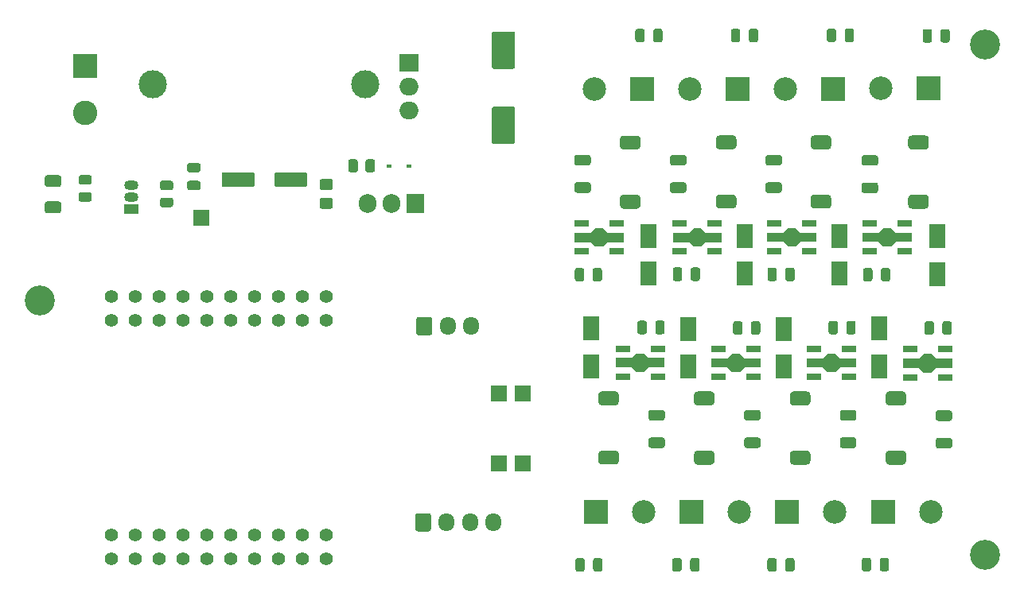
<source format=gts>
G04 #@! TF.GenerationSoftware,KiCad,Pcbnew,5.1.12-84ad8e8a86~92~ubuntu20.04.1*
G04 #@! TF.CreationDate,2021-11-07T22:28:23+01:00*
G04 #@! TF.ProjectId,CC dimmer low voltage,43432064-696d-46d6-9572-206c6f772076,0.80*
G04 #@! TF.SameCoordinates,Original*
G04 #@! TF.FileFunction,Soldermask,Top*
G04 #@! TF.FilePolarity,Negative*
%FSLAX46Y46*%
G04 Gerber Fmt 4.6, Leading zero omitted, Abs format (unit mm)*
G04 Created by KiCad (PCBNEW 5.1.12-84ad8e8a86~92~ubuntu20.04.1) date 2021-11-07 22:28:23*
%MOMM*%
%LPD*%
G01*
G04 APERTURE LIST*
%ADD10C,1.400000*%
%ADD11O,2.000000X1.905000*%
%ADD12R,2.000000X1.905000*%
%ADD13C,3.000000*%
%ADD14R,1.700000X1.700000*%
%ADD15C,3.200000*%
%ADD16R,1.800000X2.500000*%
%ADD17R,0.600000X0.450000*%
%ADD18O,1.700000X1.950000*%
%ADD19O,1.500000X1.050000*%
%ADD20R,1.500000X1.050000*%
%ADD21R,1.905000X2.000000*%
%ADD22O,1.905000X2.000000*%
%ADD23R,2.600000X2.600000*%
%ADD24C,2.600000*%
%ADD25C,2.500000*%
%ADD26R,2.500000X2.500000*%
%ADD27C,0.150000*%
%ADD28R,1.500000X0.700000*%
G04 APERTURE END LIST*
D10*
X135442000Y-82845000D03*
X135442000Y-85385000D03*
X132902000Y-82845000D03*
X132902000Y-85385000D03*
X130362000Y-82845000D03*
X130362000Y-85385000D03*
X127822000Y-82845000D03*
X127822000Y-85385000D03*
X125282000Y-82845000D03*
X125282000Y-85385000D03*
X122742000Y-82845000D03*
X122742000Y-85385000D03*
X120202000Y-82845000D03*
X120202000Y-85385000D03*
X117662000Y-82845000D03*
X117662000Y-85385000D03*
X115122000Y-82845000D03*
X115122000Y-85385000D03*
X112582000Y-82845000D03*
X112582000Y-85385000D03*
X135442000Y-108245000D03*
X135442000Y-110785000D03*
X132902000Y-108245000D03*
X132902000Y-110785000D03*
X130362000Y-108245000D03*
X130362000Y-110785000D03*
X127822000Y-108245000D03*
X127822000Y-110785000D03*
X125282000Y-108245000D03*
X125282000Y-110785000D03*
X122742000Y-108245000D03*
X122742000Y-110785000D03*
X120202000Y-108245000D03*
X120202000Y-110785000D03*
X117662000Y-108245000D03*
X117662000Y-110785000D03*
X115122000Y-108245000D03*
X115122000Y-110785000D03*
X112582000Y-110785000D03*
X112582000Y-108245000D03*
D11*
X144224200Y-63017000D03*
X144224200Y-60477000D03*
D12*
X144224200Y-57937000D03*
G36*
G01*
X162882000Y-80010000D02*
X162882000Y-80960000D01*
G75*
G02*
X162632000Y-81210000I-250000J0D01*
G01*
X162132000Y-81210000D01*
G75*
G02*
X161882000Y-80960000I0J250000D01*
G01*
X161882000Y-80010000D01*
G75*
G02*
X162132000Y-79760000I250000J0D01*
G01*
X162632000Y-79760000D01*
G75*
G02*
X162882000Y-80010000I0J-250000D01*
G01*
G37*
G36*
G01*
X164782000Y-80010000D02*
X164782000Y-80960000D01*
G75*
G02*
X164532000Y-81210000I-250000J0D01*
G01*
X164032000Y-81210000D01*
G75*
G02*
X163782000Y-80960000I0J250000D01*
G01*
X163782000Y-80010000D01*
G75*
G02*
X164032000Y-79760000I250000J0D01*
G01*
X164532000Y-79760000D01*
G75*
G02*
X164782000Y-80010000I0J-250000D01*
G01*
G37*
D13*
X139601400Y-60172200D03*
X117001400Y-60172200D03*
D14*
X156362000Y-100575000D03*
X156372000Y-93155000D03*
D15*
X205532000Y-55995000D03*
G36*
G01*
X168322000Y-55490000D02*
X168322000Y-54540000D01*
G75*
G02*
X168572000Y-54290000I250000J0D01*
G01*
X169072000Y-54290000D01*
G75*
G02*
X169322000Y-54540000I0J-250000D01*
G01*
X169322000Y-55490000D01*
G75*
G02*
X169072000Y-55740000I-250000J0D01*
G01*
X168572000Y-55740000D01*
G75*
G02*
X168322000Y-55490000I0J250000D01*
G01*
G37*
G36*
G01*
X170222000Y-55490000D02*
X170222000Y-54540000D01*
G75*
G02*
X170472000Y-54290000I250000J0D01*
G01*
X170972000Y-54290000D01*
G75*
G02*
X171222000Y-54540000I0J-250000D01*
G01*
X171222000Y-55490000D01*
G75*
G02*
X170972000Y-55740000I-250000J0D01*
G01*
X170472000Y-55740000D01*
G75*
G02*
X170222000Y-55490000I0J250000D01*
G01*
G37*
G36*
G01*
X175212000Y-79960000D02*
X175212000Y-80910000D01*
G75*
G02*
X174962000Y-81160000I-250000J0D01*
G01*
X174462000Y-81160000D01*
G75*
G02*
X174212000Y-80910000I0J250000D01*
G01*
X174212000Y-79960000D01*
G75*
G02*
X174462000Y-79710000I250000J0D01*
G01*
X174962000Y-79710000D01*
G75*
G02*
X175212000Y-79960000I0J-250000D01*
G01*
G37*
G36*
G01*
X173312000Y-79960000D02*
X173312000Y-80910000D01*
G75*
G02*
X173062000Y-81160000I-250000J0D01*
G01*
X172562000Y-81160000D01*
G75*
G02*
X172312000Y-80910000I0J250000D01*
G01*
X172312000Y-79960000D01*
G75*
G02*
X172562000Y-79710000I250000J0D01*
G01*
X173062000Y-79710000D01*
G75*
G02*
X173312000Y-79960000I0J-250000D01*
G01*
G37*
G36*
G01*
X178492000Y-55490000D02*
X178492000Y-54540000D01*
G75*
G02*
X178742000Y-54290000I250000J0D01*
G01*
X179242000Y-54290000D01*
G75*
G02*
X179492000Y-54540000I0J-250000D01*
G01*
X179492000Y-55490000D01*
G75*
G02*
X179242000Y-55740000I-250000J0D01*
G01*
X178742000Y-55740000D01*
G75*
G02*
X178492000Y-55490000I0J250000D01*
G01*
G37*
G36*
G01*
X180392000Y-55490000D02*
X180392000Y-54540000D01*
G75*
G02*
X180642000Y-54290000I250000J0D01*
G01*
X181142000Y-54290000D01*
G75*
G02*
X181392000Y-54540000I0J-250000D01*
G01*
X181392000Y-55490000D01*
G75*
G02*
X181142000Y-55740000I-250000J0D01*
G01*
X180642000Y-55740000D01*
G75*
G02*
X180392000Y-55490000I0J250000D01*
G01*
G37*
G36*
G01*
X185282000Y-79980000D02*
X185282000Y-80930000D01*
G75*
G02*
X185032000Y-81180000I-250000J0D01*
G01*
X184532000Y-81180000D01*
G75*
G02*
X184282000Y-80930000I0J250000D01*
G01*
X184282000Y-79980000D01*
G75*
G02*
X184532000Y-79730000I250000J0D01*
G01*
X185032000Y-79730000D01*
G75*
G02*
X185282000Y-79980000I0J-250000D01*
G01*
G37*
G36*
G01*
X183382000Y-79980000D02*
X183382000Y-80930000D01*
G75*
G02*
X183132000Y-81180000I-250000J0D01*
G01*
X182632000Y-81180000D01*
G75*
G02*
X182382000Y-80930000I0J250000D01*
G01*
X182382000Y-79980000D01*
G75*
G02*
X182632000Y-79730000I250000J0D01*
G01*
X183132000Y-79730000D01*
G75*
G02*
X183382000Y-79980000I0J-250000D01*
G01*
G37*
G36*
G01*
X190592000Y-55470000D02*
X190592000Y-54520000D01*
G75*
G02*
X190842000Y-54270000I250000J0D01*
G01*
X191342000Y-54270000D01*
G75*
G02*
X191592000Y-54520000I0J-250000D01*
G01*
X191592000Y-55470000D01*
G75*
G02*
X191342000Y-55720000I-250000J0D01*
G01*
X190842000Y-55720000D01*
G75*
G02*
X190592000Y-55470000I0J250000D01*
G01*
G37*
G36*
G01*
X188692000Y-55470000D02*
X188692000Y-54520000D01*
G75*
G02*
X188942000Y-54270000I250000J0D01*
G01*
X189442000Y-54270000D01*
G75*
G02*
X189692000Y-54520000I0J-250000D01*
G01*
X189692000Y-55470000D01*
G75*
G02*
X189442000Y-55720000I-250000J0D01*
G01*
X188942000Y-55720000D01*
G75*
G02*
X188692000Y-55470000I0J250000D01*
G01*
G37*
G36*
G01*
X193562000Y-80010000D02*
X193562000Y-80960000D01*
G75*
G02*
X193312000Y-81210000I-250000J0D01*
G01*
X192812000Y-81210000D01*
G75*
G02*
X192562000Y-80960000I0J250000D01*
G01*
X192562000Y-80010000D01*
G75*
G02*
X192812000Y-79760000I250000J0D01*
G01*
X193312000Y-79760000D01*
G75*
G02*
X193562000Y-80010000I0J-250000D01*
G01*
G37*
G36*
G01*
X195462000Y-80010000D02*
X195462000Y-80960000D01*
G75*
G02*
X195212000Y-81210000I-250000J0D01*
G01*
X194712000Y-81210000D01*
G75*
G02*
X194462000Y-80960000I0J250000D01*
G01*
X194462000Y-80010000D01*
G75*
G02*
X194712000Y-79760000I250000J0D01*
G01*
X195212000Y-79760000D01*
G75*
G02*
X195462000Y-80010000I0J-250000D01*
G01*
G37*
G36*
G01*
X198892000Y-55520000D02*
X198892000Y-54570000D01*
G75*
G02*
X199142000Y-54320000I250000J0D01*
G01*
X199642000Y-54320000D01*
G75*
G02*
X199892000Y-54570000I0J-250000D01*
G01*
X199892000Y-55520000D01*
G75*
G02*
X199642000Y-55770000I-250000J0D01*
G01*
X199142000Y-55770000D01*
G75*
G02*
X198892000Y-55520000I0J250000D01*
G01*
G37*
G36*
G01*
X200792000Y-55520000D02*
X200792000Y-54570000D01*
G75*
G02*
X201042000Y-54320000I250000J0D01*
G01*
X201542000Y-54320000D01*
G75*
G02*
X201792000Y-54570000I0J-250000D01*
G01*
X201792000Y-55520000D01*
G75*
G02*
X201542000Y-55770000I-250000J0D01*
G01*
X201042000Y-55770000D01*
G75*
G02*
X200792000Y-55520000I0J250000D01*
G01*
G37*
G36*
G01*
X155282000Y-66575000D02*
X153282000Y-66575000D01*
G75*
G02*
X153032000Y-66325000I0J250000D01*
G01*
X153032000Y-62825000D01*
G75*
G02*
X153282000Y-62575000I250000J0D01*
G01*
X155282000Y-62575000D01*
G75*
G02*
X155532000Y-62825000I0J-250000D01*
G01*
X155532000Y-66325000D01*
G75*
G02*
X155282000Y-66575000I-250000J0D01*
G01*
G37*
G36*
G01*
X155282000Y-58575000D02*
X153282000Y-58575000D01*
G75*
G02*
X153032000Y-58325000I0J250000D01*
G01*
X153032000Y-54825000D01*
G75*
G02*
X153282000Y-54575000I250000J0D01*
G01*
X155282000Y-54575000D01*
G75*
G02*
X155532000Y-54825000I0J-250000D01*
G01*
X155532000Y-58325000D01*
G75*
G02*
X155282000Y-58575000I-250000J0D01*
G01*
G37*
G36*
G01*
X133407200Y-69811800D02*
X133407200Y-70911800D01*
G75*
G02*
X133157200Y-71161800I-250000J0D01*
G01*
X130157200Y-71161800D01*
G75*
G02*
X129907200Y-70911800I0J250000D01*
G01*
X129907200Y-69811800D01*
G75*
G02*
X130157200Y-69561800I250000J0D01*
G01*
X133157200Y-69561800D01*
G75*
G02*
X133407200Y-69811800I0J-250000D01*
G01*
G37*
G36*
G01*
X127807200Y-69811800D02*
X127807200Y-70911800D01*
G75*
G02*
X127557200Y-71161800I-250000J0D01*
G01*
X124557200Y-71161800D01*
G75*
G02*
X124307200Y-70911800I0J250000D01*
G01*
X124307200Y-69811800D01*
G75*
G02*
X124557200Y-69561800I250000J0D01*
G01*
X127557200Y-69561800D01*
G75*
G02*
X127807200Y-69811800I0J-250000D01*
G01*
G37*
G36*
G01*
X121813800Y-71481600D02*
X120863800Y-71481600D01*
G75*
G02*
X120613800Y-71231600I0J250000D01*
G01*
X120613800Y-70731600D01*
G75*
G02*
X120863800Y-70481600I250000J0D01*
G01*
X121813800Y-70481600D01*
G75*
G02*
X122063800Y-70731600I0J-250000D01*
G01*
X122063800Y-71231600D01*
G75*
G02*
X121813800Y-71481600I-250000J0D01*
G01*
G37*
G36*
G01*
X121813800Y-69581600D02*
X120863800Y-69581600D01*
G75*
G02*
X120613800Y-69331600I0J250000D01*
G01*
X120613800Y-68831600D01*
G75*
G02*
X120863800Y-68581600I250000J0D01*
G01*
X121813800Y-68581600D01*
G75*
G02*
X122063800Y-68831600I0J-250000D01*
G01*
X122063800Y-69331600D01*
G75*
G02*
X121813800Y-69581600I-250000J0D01*
G01*
G37*
D16*
X169682000Y-80365000D03*
X169682000Y-76365000D03*
X179952000Y-80385000D03*
X179952000Y-76385000D03*
X190022000Y-80375000D03*
X190022000Y-76375000D03*
X200492000Y-76405000D03*
X200492000Y-80405000D03*
D17*
X144207400Y-68888600D03*
X142107400Y-68888600D03*
G36*
G01*
X106977800Y-73936200D02*
X105727800Y-73936200D01*
G75*
G02*
X105477800Y-73686200I0J250000D01*
G01*
X105477800Y-72936200D01*
G75*
G02*
X105727800Y-72686200I250000J0D01*
G01*
X106977800Y-72686200D01*
G75*
G02*
X107227800Y-72936200I0J-250000D01*
G01*
X107227800Y-73686200D01*
G75*
G02*
X106977800Y-73936200I-250000J0D01*
G01*
G37*
G36*
G01*
X106977800Y-71136200D02*
X105727800Y-71136200D01*
G75*
G02*
X105477800Y-70886200I0J250000D01*
G01*
X105477800Y-70136200D01*
G75*
G02*
X105727800Y-69886200I250000J0D01*
G01*
X106977800Y-69886200D01*
G75*
G02*
X107227800Y-70136200I0J-250000D01*
G01*
X107227800Y-70886200D01*
G75*
G02*
X106977800Y-71136200I-250000J0D01*
G01*
G37*
G36*
G01*
X134985799Y-70276400D02*
X135885801Y-70276400D01*
G75*
G02*
X136135800Y-70526399I0J-249999D01*
G01*
X136135800Y-71226401D01*
G75*
G02*
X135885801Y-71476400I-249999J0D01*
G01*
X134985799Y-71476400D01*
G75*
G02*
X134735800Y-71226401I0J249999D01*
G01*
X134735800Y-70526399D01*
G75*
G02*
X134985799Y-70276400I249999J0D01*
G01*
G37*
G36*
G01*
X134985799Y-72276400D02*
X135885801Y-72276400D01*
G75*
G02*
X136135800Y-72526399I0J-249999D01*
G01*
X136135800Y-73226401D01*
G75*
G02*
X135885801Y-73476400I-249999J0D01*
G01*
X134985799Y-73476400D01*
G75*
G02*
X134735800Y-73226401I0J249999D01*
G01*
X134735800Y-72526399D01*
G75*
G02*
X134985799Y-72276400I249999J0D01*
G01*
G37*
D15*
X104912000Y-83195000D03*
X205532000Y-110315000D03*
G36*
G01*
X145012000Y-86690000D02*
X145012000Y-85240000D01*
G75*
G02*
X145262000Y-84990000I250000J0D01*
G01*
X146462000Y-84990000D01*
G75*
G02*
X146712000Y-85240000I0J-250000D01*
G01*
X146712000Y-86690000D01*
G75*
G02*
X146462000Y-86940000I-250000J0D01*
G01*
X145262000Y-86940000D01*
G75*
G02*
X145012000Y-86690000I0J250000D01*
G01*
G37*
D18*
X148362000Y-85965000D03*
X150862000Y-85965000D03*
G36*
G01*
X144892000Y-107580000D02*
X144892000Y-106130000D01*
G75*
G02*
X145142000Y-105880000I250000J0D01*
G01*
X146342000Y-105880000D01*
G75*
G02*
X146592000Y-106130000I0J-250000D01*
G01*
X146592000Y-107580000D01*
G75*
G02*
X146342000Y-107830000I-250000J0D01*
G01*
X145142000Y-107830000D01*
G75*
G02*
X144892000Y-107580000I0J250000D01*
G01*
G37*
X148242000Y-106855000D03*
X150742000Y-106855000D03*
X153242000Y-106855000D03*
D14*
X153832000Y-93155000D03*
X153822000Y-100575000D03*
X122152000Y-74395000D03*
G36*
G01*
X162086997Y-67720000D02*
X163337003Y-67720000D01*
G75*
G02*
X163587000Y-67969997I0J-249997D01*
G01*
X163587000Y-68595003D01*
G75*
G02*
X163337003Y-68845000I-249997J0D01*
G01*
X162086997Y-68845000D01*
G75*
G02*
X161837000Y-68595003I0J249997D01*
G01*
X161837000Y-67969997D01*
G75*
G02*
X162086997Y-67720000I249997J0D01*
G01*
G37*
G36*
G01*
X162086997Y-70645000D02*
X163337003Y-70645000D01*
G75*
G02*
X163587000Y-70894997I0J-249997D01*
G01*
X163587000Y-71520003D01*
G75*
G02*
X163337003Y-71770000I-249997J0D01*
G01*
X162086997Y-71770000D01*
G75*
G02*
X161837000Y-71520003I0J249997D01*
G01*
X161837000Y-70894997D01*
G75*
G02*
X162086997Y-70645000I249997J0D01*
G01*
G37*
G36*
G01*
X172256997Y-70655000D02*
X173507003Y-70655000D01*
G75*
G02*
X173757000Y-70904997I0J-249997D01*
G01*
X173757000Y-71530003D01*
G75*
G02*
X173507003Y-71780000I-249997J0D01*
G01*
X172256997Y-71780000D01*
G75*
G02*
X172007000Y-71530003I0J249997D01*
G01*
X172007000Y-70904997D01*
G75*
G02*
X172256997Y-70655000I249997J0D01*
G01*
G37*
G36*
G01*
X172256997Y-67730000D02*
X173507003Y-67730000D01*
G75*
G02*
X173757000Y-67979997I0J-249997D01*
G01*
X173757000Y-68605003D01*
G75*
G02*
X173507003Y-68855000I-249997J0D01*
G01*
X172256997Y-68855000D01*
G75*
G02*
X172007000Y-68605003I0J249997D01*
G01*
X172007000Y-67979997D01*
G75*
G02*
X172256997Y-67730000I249997J0D01*
G01*
G37*
G36*
G01*
X182416997Y-70655000D02*
X183667003Y-70655000D01*
G75*
G02*
X183917000Y-70904997I0J-249997D01*
G01*
X183917000Y-71530003D01*
G75*
G02*
X183667003Y-71780000I-249997J0D01*
G01*
X182416997Y-71780000D01*
G75*
G02*
X182167000Y-71530003I0J249997D01*
G01*
X182167000Y-70904997D01*
G75*
G02*
X182416997Y-70655000I249997J0D01*
G01*
G37*
G36*
G01*
X182416997Y-67730000D02*
X183667003Y-67730000D01*
G75*
G02*
X183917000Y-67979997I0J-249997D01*
G01*
X183917000Y-68605003D01*
G75*
G02*
X183667003Y-68855000I-249997J0D01*
G01*
X182416997Y-68855000D01*
G75*
G02*
X182167000Y-68605003I0J249997D01*
G01*
X182167000Y-67979997D01*
G75*
G02*
X182416997Y-67730000I249997J0D01*
G01*
G37*
G36*
G01*
X192646997Y-67750000D02*
X193897003Y-67750000D01*
G75*
G02*
X194147000Y-67999997I0J-249997D01*
G01*
X194147000Y-68625003D01*
G75*
G02*
X193897003Y-68875000I-249997J0D01*
G01*
X192646997Y-68875000D01*
G75*
G02*
X192397000Y-68625003I0J249997D01*
G01*
X192397000Y-67999997D01*
G75*
G02*
X192646997Y-67750000I249997J0D01*
G01*
G37*
G36*
G01*
X192646997Y-70675000D02*
X193897003Y-70675000D01*
G75*
G02*
X194147000Y-70924997I0J-249997D01*
G01*
X194147000Y-71550003D01*
G75*
G02*
X193897003Y-71800000I-249997J0D01*
G01*
X192646997Y-71800000D01*
G75*
G02*
X192397000Y-71550003I0J249997D01*
G01*
X192397000Y-70924997D01*
G75*
G02*
X192646997Y-70675000I249997J0D01*
G01*
G37*
G36*
G01*
X117993198Y-70460800D02*
X118893202Y-70460800D01*
G75*
G02*
X119143200Y-70710798I0J-249998D01*
G01*
X119143200Y-71235802D01*
G75*
G02*
X118893202Y-71485800I-249998J0D01*
G01*
X117993198Y-71485800D01*
G75*
G02*
X117743200Y-71235802I0J249998D01*
G01*
X117743200Y-70710798D01*
G75*
G02*
X117993198Y-70460800I249998J0D01*
G01*
G37*
G36*
G01*
X117993198Y-72285800D02*
X118893202Y-72285800D01*
G75*
G02*
X119143200Y-72535798I0J-249998D01*
G01*
X119143200Y-73060802D01*
G75*
G02*
X118893202Y-73310800I-249998J0D01*
G01*
X117993198Y-73310800D01*
G75*
G02*
X117743200Y-73060802I0J249998D01*
G01*
X117743200Y-72535798D01*
G75*
G02*
X117993198Y-72285800I249998J0D01*
G01*
G37*
G36*
G01*
X138795000Y-68438598D02*
X138795000Y-69338602D01*
G75*
G02*
X138545002Y-69588600I-249998J0D01*
G01*
X138019998Y-69588600D01*
G75*
G02*
X137770000Y-69338602I0J249998D01*
G01*
X137770000Y-68438598D01*
G75*
G02*
X138019998Y-68188600I249998J0D01*
G01*
X138545002Y-68188600D01*
G75*
G02*
X138795000Y-68438598I0J-249998D01*
G01*
G37*
G36*
G01*
X140620000Y-68438598D02*
X140620000Y-69338602D01*
G75*
G02*
X140370002Y-69588600I-249998J0D01*
G01*
X139844998Y-69588600D01*
G75*
G02*
X139595000Y-69338602I0J249998D01*
G01*
X139595000Y-68438598D01*
G75*
G02*
X139844998Y-68188600I249998J0D01*
G01*
X140370002Y-68188600D01*
G75*
G02*
X140620000Y-68438598I0J-249998D01*
G01*
G37*
G36*
G01*
X110231802Y-72726600D02*
X109331798Y-72726600D01*
G75*
G02*
X109081800Y-72476602I0J249998D01*
G01*
X109081800Y-71951598D01*
G75*
G02*
X109331798Y-71701600I249998J0D01*
G01*
X110231802Y-71701600D01*
G75*
G02*
X110481800Y-71951598I0J-249998D01*
G01*
X110481800Y-72476602D01*
G75*
G02*
X110231802Y-72726600I-249998J0D01*
G01*
G37*
G36*
G01*
X110231802Y-70901600D02*
X109331798Y-70901600D01*
G75*
G02*
X109081800Y-70651602I0J249998D01*
G01*
X109081800Y-70126598D01*
G75*
G02*
X109331798Y-69876600I249998J0D01*
G01*
X110231802Y-69876600D01*
G75*
G02*
X110481800Y-70126598I0J-249998D01*
G01*
X110481800Y-70651602D01*
G75*
G02*
X110231802Y-70901600I-249998J0D01*
G01*
G37*
D19*
X114709400Y-72216000D03*
X114709400Y-70946000D03*
D20*
X114709400Y-73486000D03*
D21*
X144910000Y-72901800D03*
D22*
X142370000Y-72901800D03*
X139830000Y-72901800D03*
D23*
X109802000Y-58215000D03*
D24*
X109802000Y-63215000D03*
D25*
X163992000Y-60687000D03*
D26*
X169072000Y-60687000D03*
X179222000Y-60685000D03*
D25*
X174142000Y-60685000D03*
X184292000Y-60675000D03*
D26*
X189372000Y-60675000D03*
X199522000Y-60665000D03*
D25*
X194442000Y-60665000D03*
D27*
G36*
X163582000Y-77015000D02*
G01*
X161882000Y-77015000D01*
X161882000Y-76015000D01*
X163582000Y-76015000D01*
X164082000Y-75515000D01*
X164882000Y-75515000D01*
X165382000Y-76015000D01*
X167082000Y-76015000D01*
X167082000Y-77015000D01*
X165382000Y-77015000D01*
X164882000Y-77515000D01*
X164082000Y-77515000D01*
X163582000Y-77015000D01*
G37*
D28*
X166332000Y-75015000D03*
X166332000Y-78015000D03*
X162632000Y-75015000D03*
X162632000Y-78015000D03*
D27*
G36*
X174012000Y-77015000D02*
G01*
X172312000Y-77015000D01*
X172312000Y-76015000D01*
X174012000Y-76015000D01*
X174512000Y-75515000D01*
X175312000Y-75515000D01*
X175812000Y-76015000D01*
X177512000Y-76015000D01*
X177512000Y-77015000D01*
X175812000Y-77015000D01*
X175312000Y-77515000D01*
X174512000Y-77515000D01*
X174012000Y-77015000D01*
G37*
D28*
X176762000Y-75015000D03*
X176762000Y-78015000D03*
X173062000Y-75015000D03*
X173062000Y-78015000D03*
D27*
G36*
X184072000Y-77005000D02*
G01*
X182372000Y-77005000D01*
X182372000Y-76005000D01*
X184072000Y-76005000D01*
X184572000Y-75505000D01*
X185372000Y-75505000D01*
X185872000Y-76005000D01*
X187572000Y-76005000D01*
X187572000Y-77005000D01*
X185872000Y-77005000D01*
X185372000Y-77505000D01*
X184572000Y-77505000D01*
X184072000Y-77005000D01*
G37*
D28*
X186822000Y-75005000D03*
X186822000Y-78005000D03*
X183122000Y-75005000D03*
X183122000Y-78005000D03*
D27*
G36*
X194222000Y-77005000D02*
G01*
X192522000Y-77005000D01*
X192522000Y-76005000D01*
X194222000Y-76005000D01*
X194722000Y-75505000D01*
X195522000Y-75505000D01*
X196022000Y-76005000D01*
X197722000Y-76005000D01*
X197722000Y-77005000D01*
X196022000Y-77005000D01*
X195522000Y-77505000D01*
X194722000Y-77505000D01*
X194222000Y-77005000D01*
G37*
D28*
X196972000Y-75005000D03*
X196972000Y-78005000D03*
X193272000Y-75005000D03*
X193272000Y-78005000D03*
G36*
G01*
X168507000Y-73465000D02*
X167057000Y-73465000D01*
G75*
G02*
X166682000Y-73090000I0J375000D01*
G01*
X166682000Y-72340000D01*
G75*
G02*
X167057000Y-71965000I375000J0D01*
G01*
X168507000Y-71965000D01*
G75*
G02*
X168882000Y-72340000I0J-375000D01*
G01*
X168882000Y-73090000D01*
G75*
G02*
X168507000Y-73465000I-375000J0D01*
G01*
G37*
G36*
G01*
X168507000Y-67165000D02*
X167057000Y-67165000D01*
G75*
G02*
X166682000Y-66790000I0J375000D01*
G01*
X166682000Y-66040000D01*
G75*
G02*
X167057000Y-65665000I375000J0D01*
G01*
X168507000Y-65665000D01*
G75*
G02*
X168882000Y-66040000I0J-375000D01*
G01*
X168882000Y-66790000D01*
G75*
G02*
X168507000Y-67165000I-375000J0D01*
G01*
G37*
G36*
G01*
X178707000Y-73445000D02*
X177257000Y-73445000D01*
G75*
G02*
X176882000Y-73070000I0J375000D01*
G01*
X176882000Y-72320000D01*
G75*
G02*
X177257000Y-71945000I375000J0D01*
G01*
X178707000Y-71945000D01*
G75*
G02*
X179082000Y-72320000I0J-375000D01*
G01*
X179082000Y-73070000D01*
G75*
G02*
X178707000Y-73445000I-375000J0D01*
G01*
G37*
G36*
G01*
X178707000Y-67145000D02*
X177257000Y-67145000D01*
G75*
G02*
X176882000Y-66770000I0J375000D01*
G01*
X176882000Y-66020000D01*
G75*
G02*
X177257000Y-65645000I375000J0D01*
G01*
X178707000Y-65645000D01*
G75*
G02*
X179082000Y-66020000I0J-375000D01*
G01*
X179082000Y-66770000D01*
G75*
G02*
X178707000Y-67145000I-375000J0D01*
G01*
G37*
G36*
G01*
X188797000Y-67145000D02*
X187347000Y-67145000D01*
G75*
G02*
X186972000Y-66770000I0J375000D01*
G01*
X186972000Y-66020000D01*
G75*
G02*
X187347000Y-65645000I375000J0D01*
G01*
X188797000Y-65645000D01*
G75*
G02*
X189172000Y-66020000I0J-375000D01*
G01*
X189172000Y-66770000D01*
G75*
G02*
X188797000Y-67145000I-375000J0D01*
G01*
G37*
G36*
G01*
X188797000Y-73445000D02*
X187347000Y-73445000D01*
G75*
G02*
X186972000Y-73070000I0J375000D01*
G01*
X186972000Y-72320000D01*
G75*
G02*
X187347000Y-71945000I375000J0D01*
G01*
X188797000Y-71945000D01*
G75*
G02*
X189172000Y-72320000I0J-375000D01*
G01*
X189172000Y-73070000D01*
G75*
G02*
X188797000Y-73445000I-375000J0D01*
G01*
G37*
G36*
G01*
X199187000Y-73455000D02*
X197737000Y-73455000D01*
G75*
G02*
X197362000Y-73080000I0J375000D01*
G01*
X197362000Y-72330000D01*
G75*
G02*
X197737000Y-71955000I375000J0D01*
G01*
X199187000Y-71955000D01*
G75*
G02*
X199562000Y-72330000I0J-375000D01*
G01*
X199562000Y-73080000D01*
G75*
G02*
X199187000Y-73455000I-375000J0D01*
G01*
G37*
G36*
G01*
X199187000Y-67155000D02*
X197737000Y-67155000D01*
G75*
G02*
X197362000Y-66780000I0J375000D01*
G01*
X197362000Y-66030000D01*
G75*
G02*
X197737000Y-65655000I375000J0D01*
G01*
X199187000Y-65655000D01*
G75*
G02*
X199562000Y-66030000I0J-375000D01*
G01*
X199562000Y-66780000D01*
G75*
G02*
X199187000Y-67155000I-375000J0D01*
G01*
G37*
G36*
G01*
X199092000Y-86640000D02*
X199092000Y-85690000D01*
G75*
G02*
X199342000Y-85440000I250000J0D01*
G01*
X199842000Y-85440000D01*
G75*
G02*
X200092000Y-85690000I0J-250000D01*
G01*
X200092000Y-86640000D01*
G75*
G02*
X199842000Y-86890000I-250000J0D01*
G01*
X199342000Y-86890000D01*
G75*
G02*
X199092000Y-86640000I0J250000D01*
G01*
G37*
G36*
G01*
X200992000Y-86640000D02*
X200992000Y-85690000D01*
G75*
G02*
X201242000Y-85440000I250000J0D01*
G01*
X201742000Y-85440000D01*
G75*
G02*
X201992000Y-85690000I0J-250000D01*
G01*
X201992000Y-86640000D01*
G75*
G02*
X201742000Y-86890000I-250000J0D01*
G01*
X201242000Y-86890000D01*
G75*
G02*
X200992000Y-86640000I0J250000D01*
G01*
G37*
G36*
G01*
X193422000Y-110890000D02*
X193422000Y-111840000D01*
G75*
G02*
X193172000Y-112090000I-250000J0D01*
G01*
X192672000Y-112090000D01*
G75*
G02*
X192422000Y-111840000I0J250000D01*
G01*
X192422000Y-110890000D01*
G75*
G02*
X192672000Y-110640000I250000J0D01*
G01*
X193172000Y-110640000D01*
G75*
G02*
X193422000Y-110890000I0J-250000D01*
G01*
G37*
G36*
G01*
X195322000Y-110890000D02*
X195322000Y-111840000D01*
G75*
G02*
X195072000Y-112090000I-250000J0D01*
G01*
X194572000Y-112090000D01*
G75*
G02*
X194322000Y-111840000I0J250000D01*
G01*
X194322000Y-110890000D01*
G75*
G02*
X194572000Y-110640000I250000J0D01*
G01*
X195072000Y-110640000D01*
G75*
G02*
X195322000Y-110890000I0J-250000D01*
G01*
G37*
G36*
G01*
X188872000Y-86600000D02*
X188872000Y-85650000D01*
G75*
G02*
X189122000Y-85400000I250000J0D01*
G01*
X189622000Y-85400000D01*
G75*
G02*
X189872000Y-85650000I0J-250000D01*
G01*
X189872000Y-86600000D01*
G75*
G02*
X189622000Y-86850000I-250000J0D01*
G01*
X189122000Y-86850000D01*
G75*
G02*
X188872000Y-86600000I0J250000D01*
G01*
G37*
G36*
G01*
X190772000Y-86600000D02*
X190772000Y-85650000D01*
G75*
G02*
X191022000Y-85400000I250000J0D01*
G01*
X191522000Y-85400000D01*
G75*
G02*
X191772000Y-85650000I0J-250000D01*
G01*
X191772000Y-86600000D01*
G75*
G02*
X191522000Y-86850000I-250000J0D01*
G01*
X191022000Y-86850000D01*
G75*
G02*
X190772000Y-86600000I0J250000D01*
G01*
G37*
G36*
G01*
X183372000Y-110920000D02*
X183372000Y-111870000D01*
G75*
G02*
X183122000Y-112120000I-250000J0D01*
G01*
X182622000Y-112120000D01*
G75*
G02*
X182372000Y-111870000I0J250000D01*
G01*
X182372000Y-110920000D01*
G75*
G02*
X182622000Y-110670000I250000J0D01*
G01*
X183122000Y-110670000D01*
G75*
G02*
X183372000Y-110920000I0J-250000D01*
G01*
G37*
G36*
G01*
X185272000Y-110920000D02*
X185272000Y-111870000D01*
G75*
G02*
X185022000Y-112120000I-250000J0D01*
G01*
X184522000Y-112120000D01*
G75*
G02*
X184272000Y-111870000I0J250000D01*
G01*
X184272000Y-110920000D01*
G75*
G02*
X184522000Y-110670000I250000J0D01*
G01*
X185022000Y-110670000D01*
G75*
G02*
X185272000Y-110920000I0J-250000D01*
G01*
G37*
G36*
G01*
X178722000Y-86640000D02*
X178722000Y-85690000D01*
G75*
G02*
X178972000Y-85440000I250000J0D01*
G01*
X179472000Y-85440000D01*
G75*
G02*
X179722000Y-85690000I0J-250000D01*
G01*
X179722000Y-86640000D01*
G75*
G02*
X179472000Y-86890000I-250000J0D01*
G01*
X178972000Y-86890000D01*
G75*
G02*
X178722000Y-86640000I0J250000D01*
G01*
G37*
G36*
G01*
X180622000Y-86640000D02*
X180622000Y-85690000D01*
G75*
G02*
X180872000Y-85440000I250000J0D01*
G01*
X181372000Y-85440000D01*
G75*
G02*
X181622000Y-85690000I0J-250000D01*
G01*
X181622000Y-86640000D01*
G75*
G02*
X181372000Y-86890000I-250000J0D01*
G01*
X180872000Y-86890000D01*
G75*
G02*
X180622000Y-86640000I0J250000D01*
G01*
G37*
G36*
G01*
X173252000Y-110910000D02*
X173252000Y-111860000D01*
G75*
G02*
X173002000Y-112110000I-250000J0D01*
G01*
X172502000Y-112110000D01*
G75*
G02*
X172252000Y-111860000I0J250000D01*
G01*
X172252000Y-110910000D01*
G75*
G02*
X172502000Y-110660000I250000J0D01*
G01*
X173002000Y-110660000D01*
G75*
G02*
X173252000Y-110910000I0J-250000D01*
G01*
G37*
G36*
G01*
X175152000Y-110910000D02*
X175152000Y-111860000D01*
G75*
G02*
X174902000Y-112110000I-250000J0D01*
G01*
X174402000Y-112110000D01*
G75*
G02*
X174152000Y-111860000I0J250000D01*
G01*
X174152000Y-110910000D01*
G75*
G02*
X174402000Y-110660000I250000J0D01*
G01*
X174902000Y-110660000D01*
G75*
G02*
X175152000Y-110910000I0J-250000D01*
G01*
G37*
G36*
G01*
X168542000Y-86580000D02*
X168542000Y-85630000D01*
G75*
G02*
X168792000Y-85380000I250000J0D01*
G01*
X169292000Y-85380000D01*
G75*
G02*
X169542000Y-85630000I0J-250000D01*
G01*
X169542000Y-86580000D01*
G75*
G02*
X169292000Y-86830000I-250000J0D01*
G01*
X168792000Y-86830000D01*
G75*
G02*
X168542000Y-86580000I0J250000D01*
G01*
G37*
G36*
G01*
X170442000Y-86580000D02*
X170442000Y-85630000D01*
G75*
G02*
X170692000Y-85380000I250000J0D01*
G01*
X171192000Y-85380000D01*
G75*
G02*
X171442000Y-85630000I0J-250000D01*
G01*
X171442000Y-86580000D01*
G75*
G02*
X171192000Y-86830000I-250000J0D01*
G01*
X170692000Y-86830000D01*
G75*
G02*
X170442000Y-86580000I0J250000D01*
G01*
G37*
G36*
G01*
X162932000Y-110920000D02*
X162932000Y-111870000D01*
G75*
G02*
X162682000Y-112120000I-250000J0D01*
G01*
X162182000Y-112120000D01*
G75*
G02*
X161932000Y-111870000I0J250000D01*
G01*
X161932000Y-110920000D01*
G75*
G02*
X162182000Y-110670000I250000J0D01*
G01*
X162682000Y-110670000D01*
G75*
G02*
X162932000Y-110920000I0J-250000D01*
G01*
G37*
G36*
G01*
X164832000Y-110920000D02*
X164832000Y-111870000D01*
G75*
G02*
X164582000Y-112120000I-250000J0D01*
G01*
X164082000Y-112120000D01*
G75*
G02*
X163832000Y-111870000I0J250000D01*
G01*
X163832000Y-110920000D01*
G75*
G02*
X164082000Y-110670000I250000J0D01*
G01*
X164582000Y-110670000D01*
G75*
G02*
X164832000Y-110920000I0J-250000D01*
G01*
G37*
D16*
X194312000Y-90225000D03*
X194312000Y-86225000D03*
X184122000Y-90255000D03*
X184122000Y-86255000D03*
X173942000Y-86255000D03*
X173942000Y-90255000D03*
X163652000Y-86235000D03*
X163652000Y-90235000D03*
G36*
G01*
X195327000Y-92925000D02*
X196777000Y-92925000D01*
G75*
G02*
X197152000Y-93300000I0J-375000D01*
G01*
X197152000Y-94050000D01*
G75*
G02*
X196777000Y-94425000I-375000J0D01*
G01*
X195327000Y-94425000D01*
G75*
G02*
X194952000Y-94050000I0J375000D01*
G01*
X194952000Y-93300000D01*
G75*
G02*
X195327000Y-92925000I375000J0D01*
G01*
G37*
G36*
G01*
X195327000Y-99225000D02*
X196777000Y-99225000D01*
G75*
G02*
X197152000Y-99600000I0J-375000D01*
G01*
X197152000Y-100350000D01*
G75*
G02*
X196777000Y-100725000I-375000J0D01*
G01*
X195327000Y-100725000D01*
G75*
G02*
X194952000Y-100350000I0J375000D01*
G01*
X194952000Y-99600000D01*
G75*
G02*
X195327000Y-99225000I375000J0D01*
G01*
G37*
G36*
G01*
X185127000Y-99225000D02*
X186577000Y-99225000D01*
G75*
G02*
X186952000Y-99600000I0J-375000D01*
G01*
X186952000Y-100350000D01*
G75*
G02*
X186577000Y-100725000I-375000J0D01*
G01*
X185127000Y-100725000D01*
G75*
G02*
X184752000Y-100350000I0J375000D01*
G01*
X184752000Y-99600000D01*
G75*
G02*
X185127000Y-99225000I375000J0D01*
G01*
G37*
G36*
G01*
X185127000Y-92925000D02*
X186577000Y-92925000D01*
G75*
G02*
X186952000Y-93300000I0J-375000D01*
G01*
X186952000Y-94050000D01*
G75*
G02*
X186577000Y-94425000I-375000J0D01*
G01*
X185127000Y-94425000D01*
G75*
G02*
X184752000Y-94050000I0J375000D01*
G01*
X184752000Y-93300000D01*
G75*
G02*
X185127000Y-92925000I375000J0D01*
G01*
G37*
G36*
G01*
X174937000Y-92925000D02*
X176387000Y-92925000D01*
G75*
G02*
X176762000Y-93300000I0J-375000D01*
G01*
X176762000Y-94050000D01*
G75*
G02*
X176387000Y-94425000I-375000J0D01*
G01*
X174937000Y-94425000D01*
G75*
G02*
X174562000Y-94050000I0J375000D01*
G01*
X174562000Y-93300000D01*
G75*
G02*
X174937000Y-92925000I375000J0D01*
G01*
G37*
G36*
G01*
X174937000Y-99225000D02*
X176387000Y-99225000D01*
G75*
G02*
X176762000Y-99600000I0J-375000D01*
G01*
X176762000Y-100350000D01*
G75*
G02*
X176387000Y-100725000I-375000J0D01*
G01*
X174937000Y-100725000D01*
G75*
G02*
X174562000Y-100350000I0J375000D01*
G01*
X174562000Y-99600000D01*
G75*
G02*
X174937000Y-99225000I375000J0D01*
G01*
G37*
G36*
G01*
X164747000Y-99215000D02*
X166197000Y-99215000D01*
G75*
G02*
X166572000Y-99590000I0J-375000D01*
G01*
X166572000Y-100340000D01*
G75*
G02*
X166197000Y-100715000I-375000J0D01*
G01*
X164747000Y-100715000D01*
G75*
G02*
X164372000Y-100340000I0J375000D01*
G01*
X164372000Y-99590000D01*
G75*
G02*
X164747000Y-99215000I375000J0D01*
G01*
G37*
G36*
G01*
X164747000Y-92915000D02*
X166197000Y-92915000D01*
G75*
G02*
X166572000Y-93290000I0J-375000D01*
G01*
X166572000Y-94040000D01*
G75*
G02*
X166197000Y-94415000I-375000J0D01*
G01*
X164747000Y-94415000D01*
G75*
G02*
X164372000Y-94040000I0J375000D01*
G01*
X164372000Y-93290000D01*
G75*
G02*
X164747000Y-92915000I375000J0D01*
G01*
G37*
D26*
X194662000Y-105725000D03*
D25*
X199742000Y-105725000D03*
X189572000Y-105725000D03*
D26*
X184492000Y-105725000D03*
X174322000Y-105725000D03*
D25*
X179402000Y-105725000D03*
X169222000Y-105725000D03*
D26*
X164142000Y-105725000D03*
G36*
G01*
X201787001Y-98990000D02*
X200536999Y-98990000D01*
G75*
G02*
X200287000Y-98740001I0J249999D01*
G01*
X200287000Y-98114999D01*
G75*
G02*
X200536999Y-97865000I249999J0D01*
G01*
X201787001Y-97865000D01*
G75*
G02*
X202037000Y-98114999I0J-249999D01*
G01*
X202037000Y-98740001D01*
G75*
G02*
X201787001Y-98990000I-249999J0D01*
G01*
G37*
G36*
G01*
X201787001Y-96065000D02*
X200536999Y-96065000D01*
G75*
G02*
X200287000Y-95815001I0J249999D01*
G01*
X200287000Y-95189999D01*
G75*
G02*
X200536999Y-94940000I249999J0D01*
G01*
X201787001Y-94940000D01*
G75*
G02*
X202037000Y-95189999I0J-249999D01*
G01*
X202037000Y-95815001D01*
G75*
G02*
X201787001Y-96065000I-249999J0D01*
G01*
G37*
G36*
G01*
X191587001Y-96025000D02*
X190336999Y-96025000D01*
G75*
G02*
X190087000Y-95775001I0J249999D01*
G01*
X190087000Y-95149999D01*
G75*
G02*
X190336999Y-94900000I249999J0D01*
G01*
X191587001Y-94900000D01*
G75*
G02*
X191837000Y-95149999I0J-249999D01*
G01*
X191837000Y-95775001D01*
G75*
G02*
X191587001Y-96025000I-249999J0D01*
G01*
G37*
G36*
G01*
X191587001Y-98950000D02*
X190336999Y-98950000D01*
G75*
G02*
X190087000Y-98700001I0J249999D01*
G01*
X190087000Y-98074999D01*
G75*
G02*
X190336999Y-97825000I249999J0D01*
G01*
X191587001Y-97825000D01*
G75*
G02*
X191837000Y-98074999I0J-249999D01*
G01*
X191837000Y-98700001D01*
G75*
G02*
X191587001Y-98950000I-249999J0D01*
G01*
G37*
G36*
G01*
X181397001Y-96025000D02*
X180146999Y-96025000D01*
G75*
G02*
X179897000Y-95775001I0J249999D01*
G01*
X179897000Y-95149999D01*
G75*
G02*
X180146999Y-94900000I249999J0D01*
G01*
X181397001Y-94900000D01*
G75*
G02*
X181647000Y-95149999I0J-249999D01*
G01*
X181647000Y-95775001D01*
G75*
G02*
X181397001Y-96025000I-249999J0D01*
G01*
G37*
G36*
G01*
X181397001Y-98950000D02*
X180146999Y-98950000D01*
G75*
G02*
X179897000Y-98700001I0J249999D01*
G01*
X179897000Y-98074999D01*
G75*
G02*
X180146999Y-97825000I249999J0D01*
G01*
X181397001Y-97825000D01*
G75*
G02*
X181647000Y-98074999I0J-249999D01*
G01*
X181647000Y-98700001D01*
G75*
G02*
X181397001Y-98950000I-249999J0D01*
G01*
G37*
G36*
G01*
X171217001Y-98950000D02*
X169966999Y-98950000D01*
G75*
G02*
X169717000Y-98700001I0J249999D01*
G01*
X169717000Y-98074999D01*
G75*
G02*
X169966999Y-97825000I249999J0D01*
G01*
X171217001Y-97825000D01*
G75*
G02*
X171467000Y-98074999I0J-249999D01*
G01*
X171467000Y-98700001D01*
G75*
G02*
X171217001Y-98950000I-249999J0D01*
G01*
G37*
G36*
G01*
X171217001Y-96025000D02*
X169966999Y-96025000D01*
G75*
G02*
X169717000Y-95775001I0J249999D01*
G01*
X169717000Y-95149999D01*
G75*
G02*
X169966999Y-94900000I249999J0D01*
G01*
X171217001Y-94900000D01*
G75*
G02*
X171467000Y-95149999I0J-249999D01*
G01*
X171467000Y-95775001D01*
G75*
G02*
X171217001Y-96025000I-249999J0D01*
G01*
G37*
D28*
X201272000Y-88405000D03*
X201272000Y-91405000D03*
X197572000Y-88405000D03*
X197572000Y-91405000D03*
D27*
G36*
X200322000Y-89405000D02*
G01*
X202022000Y-89405000D01*
X202022000Y-90405000D01*
X200322000Y-90405000D01*
X199822000Y-90905000D01*
X199022000Y-90905000D01*
X198522000Y-90405000D01*
X196822000Y-90405000D01*
X196822000Y-89405000D01*
X198522000Y-89405000D01*
X199022000Y-88905000D01*
X199822000Y-88905000D01*
X200322000Y-89405000D01*
G37*
G36*
X190092000Y-89385000D02*
G01*
X191792000Y-89385000D01*
X191792000Y-90385000D01*
X190092000Y-90385000D01*
X189592000Y-90885000D01*
X188792000Y-90885000D01*
X188292000Y-90385000D01*
X186592000Y-90385000D01*
X186592000Y-89385000D01*
X188292000Y-89385000D01*
X188792000Y-88885000D01*
X189592000Y-88885000D01*
X190092000Y-89385000D01*
G37*
D28*
X187342000Y-91385000D03*
X187342000Y-88385000D03*
X191042000Y-91385000D03*
X191042000Y-88385000D03*
X180892000Y-88385000D03*
X180892000Y-91385000D03*
X177192000Y-88385000D03*
X177192000Y-91385000D03*
D27*
G36*
X179942000Y-89385000D02*
G01*
X181642000Y-89385000D01*
X181642000Y-90385000D01*
X179942000Y-90385000D01*
X179442000Y-90885000D01*
X178642000Y-90885000D01*
X178142000Y-90385000D01*
X176442000Y-90385000D01*
X176442000Y-89385000D01*
X178142000Y-89385000D01*
X178642000Y-88885000D01*
X179442000Y-88885000D01*
X179942000Y-89385000D01*
G37*
G36*
X169752000Y-89365000D02*
G01*
X171452000Y-89365000D01*
X171452000Y-90365000D01*
X169752000Y-90365000D01*
X169252000Y-90865000D01*
X168452000Y-90865000D01*
X167952000Y-90365000D01*
X166252000Y-90365000D01*
X166252000Y-89365000D01*
X167952000Y-89365000D01*
X168452000Y-88865000D01*
X169252000Y-88865000D01*
X169752000Y-89365000D01*
G37*
D28*
X167002000Y-91365000D03*
X167002000Y-88365000D03*
X170702000Y-91365000D03*
X170702000Y-88365000D03*
M02*

</source>
